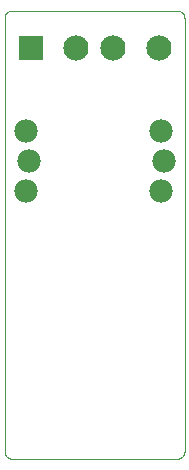
<source format=gbs>
G75*
%MOIN*%
%OFA0B0*%
%FSLAX25Y25*%
%IPPOS*%
%LPD*%
%AMOC8*
5,1,8,0,0,1.08239X$1,22.5*
%
%ADD10C,0.00000*%
%ADD11C,0.07800*%
%ADD12R,0.08400X0.08400*%
%ADD13C,0.08400*%
D10*
X0035095Y0032058D02*
X0035095Y0176433D01*
X0035097Y0176531D01*
X0035103Y0176629D01*
X0035112Y0176727D01*
X0035126Y0176824D01*
X0035143Y0176921D01*
X0035164Y0177017D01*
X0035189Y0177112D01*
X0035217Y0177206D01*
X0035250Y0177298D01*
X0035285Y0177390D01*
X0035325Y0177480D01*
X0035367Y0177568D01*
X0035414Y0177655D01*
X0035463Y0177739D01*
X0035516Y0177822D01*
X0035572Y0177902D01*
X0035632Y0177981D01*
X0035694Y0178057D01*
X0035759Y0178130D01*
X0035827Y0178201D01*
X0035898Y0178269D01*
X0035971Y0178334D01*
X0036047Y0178396D01*
X0036126Y0178456D01*
X0036206Y0178512D01*
X0036289Y0178565D01*
X0036373Y0178614D01*
X0036460Y0178661D01*
X0036548Y0178703D01*
X0036638Y0178743D01*
X0036730Y0178778D01*
X0036822Y0178811D01*
X0036916Y0178839D01*
X0037011Y0178864D01*
X0037107Y0178885D01*
X0037204Y0178902D01*
X0037301Y0178916D01*
X0037399Y0178925D01*
X0037497Y0178931D01*
X0037595Y0178933D01*
X0092595Y0178933D01*
X0092693Y0178931D01*
X0092791Y0178925D01*
X0092889Y0178916D01*
X0092986Y0178902D01*
X0093083Y0178885D01*
X0093179Y0178864D01*
X0093274Y0178839D01*
X0093368Y0178811D01*
X0093460Y0178778D01*
X0093552Y0178743D01*
X0093642Y0178703D01*
X0093730Y0178661D01*
X0093817Y0178614D01*
X0093901Y0178565D01*
X0093984Y0178512D01*
X0094064Y0178456D01*
X0094143Y0178396D01*
X0094219Y0178334D01*
X0094292Y0178269D01*
X0094363Y0178201D01*
X0094431Y0178130D01*
X0094496Y0178057D01*
X0094558Y0177981D01*
X0094618Y0177902D01*
X0094674Y0177822D01*
X0094727Y0177739D01*
X0094776Y0177655D01*
X0094823Y0177568D01*
X0094865Y0177480D01*
X0094905Y0177390D01*
X0094940Y0177298D01*
X0094973Y0177206D01*
X0095001Y0177112D01*
X0095026Y0177017D01*
X0095047Y0176921D01*
X0095064Y0176824D01*
X0095078Y0176727D01*
X0095087Y0176629D01*
X0095093Y0176531D01*
X0095095Y0176433D01*
X0095095Y0032058D01*
X0095093Y0031960D01*
X0095087Y0031862D01*
X0095078Y0031764D01*
X0095064Y0031667D01*
X0095047Y0031570D01*
X0095026Y0031474D01*
X0095001Y0031379D01*
X0094973Y0031285D01*
X0094940Y0031193D01*
X0094905Y0031101D01*
X0094865Y0031011D01*
X0094823Y0030923D01*
X0094776Y0030836D01*
X0094727Y0030752D01*
X0094674Y0030669D01*
X0094618Y0030589D01*
X0094558Y0030510D01*
X0094496Y0030434D01*
X0094431Y0030361D01*
X0094363Y0030290D01*
X0094292Y0030222D01*
X0094219Y0030157D01*
X0094143Y0030095D01*
X0094064Y0030035D01*
X0093984Y0029979D01*
X0093901Y0029926D01*
X0093817Y0029877D01*
X0093730Y0029830D01*
X0093642Y0029788D01*
X0093552Y0029748D01*
X0093460Y0029713D01*
X0093368Y0029680D01*
X0093274Y0029652D01*
X0093179Y0029627D01*
X0093083Y0029606D01*
X0092986Y0029589D01*
X0092889Y0029575D01*
X0092791Y0029566D01*
X0092693Y0029560D01*
X0092595Y0029558D01*
X0037595Y0029558D01*
X0037497Y0029560D01*
X0037399Y0029566D01*
X0037301Y0029575D01*
X0037204Y0029589D01*
X0037107Y0029606D01*
X0037011Y0029627D01*
X0036916Y0029652D01*
X0036822Y0029680D01*
X0036730Y0029713D01*
X0036638Y0029748D01*
X0036548Y0029788D01*
X0036460Y0029830D01*
X0036373Y0029877D01*
X0036289Y0029926D01*
X0036206Y0029979D01*
X0036126Y0030035D01*
X0036047Y0030095D01*
X0035971Y0030157D01*
X0035898Y0030222D01*
X0035827Y0030290D01*
X0035759Y0030361D01*
X0035694Y0030434D01*
X0035632Y0030510D01*
X0035572Y0030589D01*
X0035516Y0030669D01*
X0035463Y0030752D01*
X0035414Y0030836D01*
X0035367Y0030923D01*
X0035325Y0031011D01*
X0035285Y0031101D01*
X0035250Y0031193D01*
X0035217Y0031285D01*
X0035189Y0031379D01*
X0035164Y0031474D01*
X0035143Y0031570D01*
X0035126Y0031667D01*
X0035112Y0031764D01*
X0035103Y0031862D01*
X0035097Y0031960D01*
X0035095Y0032058D01*
D11*
X0042095Y0118933D03*
X0043095Y0128933D03*
X0042095Y0138933D03*
X0087095Y0138933D03*
X0088095Y0128933D03*
X0087095Y0118933D03*
D12*
X0043770Y0166433D03*
D13*
X0058950Y0166433D03*
X0071329Y0166433D03*
X0086509Y0166433D03*
M02*

</source>
